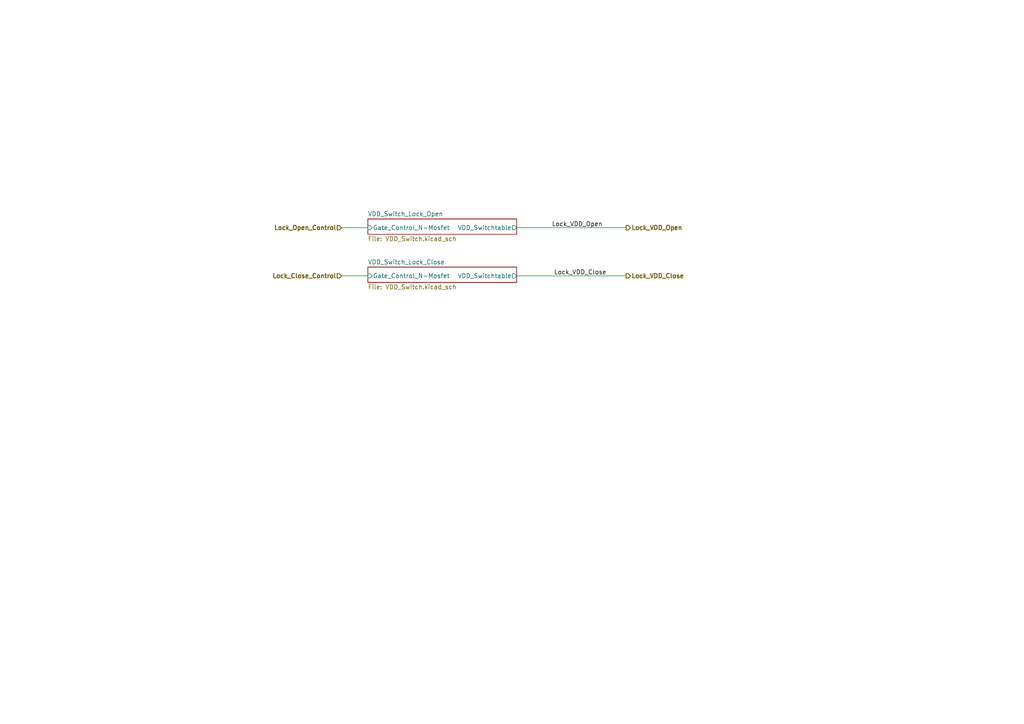
<source format=kicad_sch>
(kicad_sch
	(version 20231120)
	(generator "eeschema")
	(generator_version "8.0")
	(uuid "9fe6486b-12ef-4055-a949-fbbd9d35b00a")
	(paper "A4")
	(lib_symbols)
	(wire
		(pts
			(xy 149.86 66.04) (xy 181.61 66.04)
		)
		(stroke
			(width 0)
			(type default)
		)
		(uuid "5989cead-4dab-4ea4-85ae-1ff4d7303df9")
	)
	(wire
		(pts
			(xy 99.06 66.04) (xy 106.68 66.04)
		)
		(stroke
			(width 0)
			(type default)
		)
		(uuid "5fbbe71f-17fc-4cc4-a415-867287c684fd")
	)
	(wire
		(pts
			(xy 99.06 80.01) (xy 106.68 80.01)
		)
		(stroke
			(width 0)
			(type default)
		)
		(uuid "d3aea9a4-73ee-4f3c-91fa-3275da82453c")
	)
	(wire
		(pts
			(xy 149.86 80.01) (xy 181.61 80.01)
		)
		(stroke
			(width 0)
			(type default)
		)
		(uuid "eba82265-27e1-442d-93eb-a20195b53c18")
	)
	(label "Lock_VDD_Open"
		(at 160.02 66.04 0)
		(fields_autoplaced yes)
		(effects
			(font
				(size 1.27 1.27)
			)
			(justify left bottom)
		)
		(uuid "97ff5a9c-8975-4ed1-b8ff-559b275e6b18")
	)
	(label "Lock_VDD_Close"
		(at 160.655 80.01 0)
		(fields_autoplaced yes)
		(effects
			(font
				(size 1.27 1.27)
			)
			(justify left bottom)
		)
		(uuid "a6a1772d-c6ed-4669-a862-1997c3416122")
	)
	(hierarchical_label "Lock_VDD_Close"
		(shape output)
		(at 181.61 80.01 0)
		(fields_autoplaced yes)
		(effects
			(font
				(size 1.27 1.27)
				(bold yes)
			)
			(justify left)
		)
		(uuid "0727f7cc-6bc6-492f-adb7-b117eb7225fd")
	)
	(hierarchical_label "Lock_VDD_Open"
		(shape output)
		(at 181.61 66.04 0)
		(fields_autoplaced yes)
		(effects
			(font
				(size 1.27 1.27)
				(bold yes)
			)
			(justify left)
		)
		(uuid "6e006b10-57b2-4094-ba36-0e043663e321")
	)
	(hierarchical_label "Lock_Close_Control"
		(shape input)
		(at 99.06 80.01 180)
		(fields_autoplaced yes)
		(effects
			(font
				(size 1.27 1.27)
				(bold yes)
			)
			(justify right)
		)
		(uuid "988a9bcd-7e09-4134-84c0-74dc83d74947")
	)
	(hierarchical_label "Lock_Open_Control"
		(shape input)
		(at 99.06 66.04 180)
		(fields_autoplaced yes)
		(effects
			(font
				(size 1.27 1.27)
				(bold yes)
			)
			(justify right)
		)
		(uuid "c841da90-3ed8-42cb-8035-098f0ff49fd3")
	)
	(sheet
		(at 106.68 63.5)
		(size 43.18 4.445)
		(fields_autoplaced yes)
		(stroke
			(width 0.1524)
			(type solid)
		)
		(fill
			(color 0 0 0 0.0000)
		)
		(uuid "1d666509-c79e-4445-83e5-19adc86bede4")
		(property "Sheetname" "VDD_Switch_Lock_Open"
			(at 106.68 62.7884 0)
			(effects
				(font
					(size 1.27 1.27)
				)
				(justify left bottom)
			)
		)
		(property "Sheetfile" "VDD_Switch.kicad_sch"
			(at 106.68 68.5296 0)
			(effects
				(font
					(size 1.27 1.27)
				)
				(justify left top)
			)
		)
		(pin "Gate_Control_N-Mosfet" input
			(at 106.68 66.04 180)
			(effects
				(font
					(size 1.27 1.27)
				)
				(justify left)
			)
			(uuid "2f2041cc-cc18-48a1-ad6b-c1ae7d34cb72")
		)
		(pin "VDD_Switchtable" output
			(at 149.86 66.04 0)
			(effects
				(font
					(size 1.27 1.27)
				)
				(justify right)
			)
			(uuid "1acb60be-af97-4048-943f-8bfa2b41eb9c")
		)
		(instances
			(project "Partial_Drawer_Controller_v1_hotfix"
				(path "/57f8c193-fe09-43d3-9441-dbd40881d2aa/43bcf634-e9c3-4351-a59f-ee0dcec3115a/38952abe-30d5-4ef0-9940-75b5c54f090d"
					(page "9")
				)
				(path "/57f8c193-fe09-43d3-9441-dbd40881d2aa/43bcf634-e9c3-4351-a59f-ee0dcec3115a/659f014e-7acd-4f7d-85c4-f114c10273ee"
					(page "12")
				)
				(path "/57f8c193-fe09-43d3-9441-dbd40881d2aa/43bcf634-e9c3-4351-a59f-ee0dcec3115a/7c455a2c-ce6f-4f9e-9e17-9ef94ac67c36"
					(page "17")
				)
				(path "/57f8c193-fe09-43d3-9441-dbd40881d2aa/43bcf634-e9c3-4351-a59f-ee0dcec3115a/b9fb9dae-4501-47b9-b244-0c87703f9fe3"
					(page "20")
				)
				(path "/57f8c193-fe09-43d3-9441-dbd40881d2aa/43bcf634-e9c3-4351-a59f-ee0dcec3115a/f3392d72-ba81-465b-9e51-4fde0591fde8"
					(page "23")
				)
				(path "/57f8c193-fe09-43d3-9441-dbd40881d2aa/43bcf634-e9c3-4351-a59f-ee0dcec3115a/a479dd19-ccc5-4bf9-8c7a-2de508f1e4d5"
					(page "26")
				)
				(path "/57f8c193-fe09-43d3-9441-dbd40881d2aa/43bcf634-e9c3-4351-a59f-ee0dcec3115a/2c75bec1-6ab8-4504-af17-54d03254e90d"
					(page "29")
				)
				(path "/57f8c193-fe09-43d3-9441-dbd40881d2aa/43bcf634-e9c3-4351-a59f-ee0dcec3115a/55464f09-8141-44f3-a4dc-8d95b835c76f"
					(page "32")
				)
			)
		)
	)
	(sheet
		(at 106.68 77.47)
		(size 43.18 4.445)
		(fields_autoplaced yes)
		(stroke
			(width 0.1524)
			(type solid)
		)
		(fill
			(color 0 0 0 0.0000)
		)
		(uuid "50b27d2d-7b72-44ef-86f9-989f2f4bb8aa")
		(property "Sheetname" "VDD_Switch_Lock_Close"
			(at 106.68 76.7584 0)
			(effects
				(font
					(size 1.27 1.27)
				)
				(justify left bottom)
			)
		)
		(property "Sheetfile" "VDD_Switch.kicad_sch"
			(at 106.68 82.4996 0)
			(effects
				(font
					(size 1.27 1.27)
				)
				(justify left top)
			)
		)
		(pin "Gate_Control_N-Mosfet" input
			(at 106.68 80.01 180)
			(effects
				(font
					(size 1.27 1.27)
				)
				(justify left)
			)
			(uuid "dcfe036c-60a3-484d-a218-e3e2af8a1587")
		)
		(pin "VDD_Switchtable" output
			(at 149.86 80.01 0)
			(effects
				(font
					(size 1.27 1.27)
				)
				(justify right)
			)
			(uuid "21ce1a1c-afb7-42ba-98e7-aa35a68e050b")
		)
		(instances
			(project "Partial_Drawer_Controller_v1_hotfix"
				(path "/57f8c193-fe09-43d3-9441-dbd40881d2aa/43bcf634-e9c3-4351-a59f-ee0dcec3115a/38952abe-30d5-4ef0-9940-75b5c54f090d"
					(page "10")
				)
				(path "/57f8c193-fe09-43d3-9441-dbd40881d2aa/43bcf634-e9c3-4351-a59f-ee0dcec3115a/659f014e-7acd-4f7d-85c4-f114c10273ee"
					(page "13")
				)
				(path "/57f8c193-fe09-43d3-9441-dbd40881d2aa/43bcf634-e9c3-4351-a59f-ee0dcec3115a/7c455a2c-ce6f-4f9e-9e17-9ef94ac67c36"
					(page "18")
				)
				(path "/57f8c193-fe09-43d3-9441-dbd40881d2aa/43bcf634-e9c3-4351-a59f-ee0dcec3115a/b9fb9dae-4501-47b9-b244-0c87703f9fe3"
					(page "21")
				)
				(path "/57f8c193-fe09-43d3-9441-dbd40881d2aa/43bcf634-e9c3-4351-a59f-ee0dcec3115a/f3392d72-ba81-465b-9e51-4fde0591fde8"
					(page "24")
				)
				(path "/57f8c193-fe09-43d3-9441-dbd40881d2aa/43bcf634-e9c3-4351-a59f-ee0dcec3115a/a479dd19-ccc5-4bf9-8c7a-2de508f1e4d5"
					(page "27")
				)
				(path "/57f8c193-fe09-43d3-9441-dbd40881d2aa/43bcf634-e9c3-4351-a59f-ee0dcec3115a/2c75bec1-6ab8-4504-af17-54d03254e90d"
					(page "30")
				)
				(path "/57f8c193-fe09-43d3-9441-dbd40881d2aa/43bcf634-e9c3-4351-a59f-ee0dcec3115a/55464f09-8141-44f3-a4dc-8d95b835c76f"
					(page "33")
				)
			)
		)
	)
)

</source>
